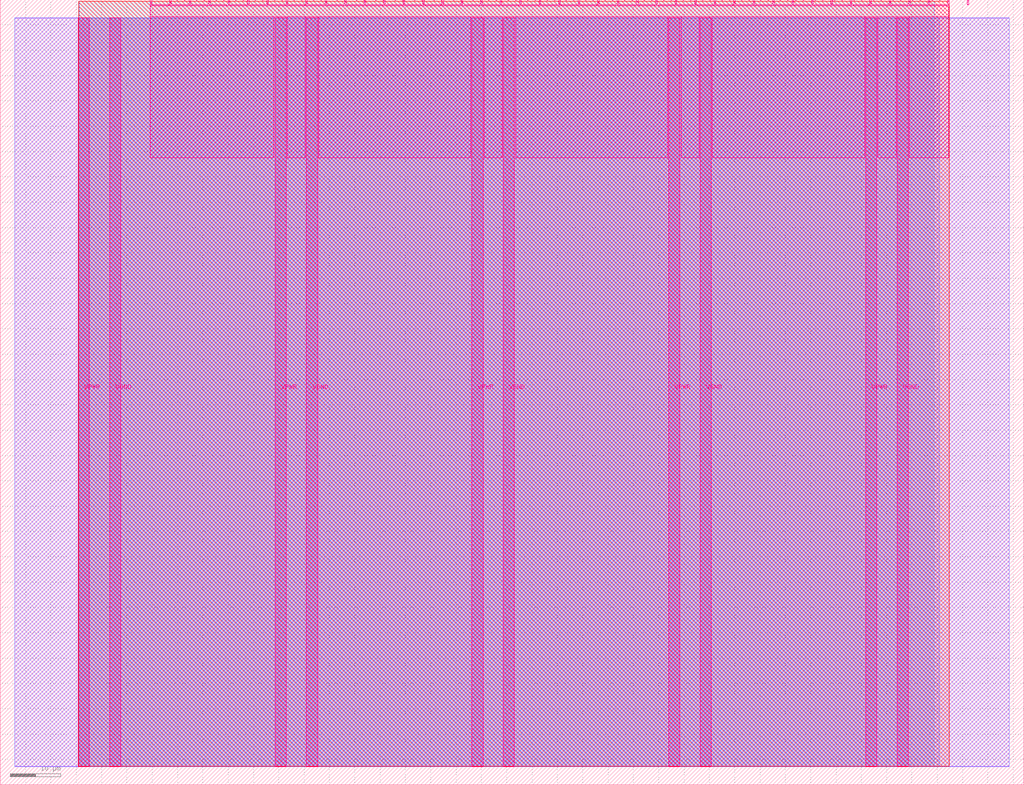
<source format=lef>
VERSION 5.7 ;
  NOWIREEXTENSIONATPIN ON ;
  DIVIDERCHAR "/" ;
  BUSBITCHARS "[]" ;
MACRO tt_um_carryskip_adder9
  CLASS BLOCK ;
  FOREIGN tt_um_carryskip_adder9 ;
  ORIGIN 0.000 0.000 ;
  SIZE 202.080 BY 154.980 ;
  PIN VGND
    DIRECTION INOUT ;
    USE GROUND ;
    PORT
      LAYER Metal5 ;
        RECT 21.580 3.560 23.780 151.420 ;
    END
    PORT
      LAYER Metal5 ;
        RECT 60.450 3.560 62.650 151.420 ;
    END
    PORT
      LAYER Metal5 ;
        RECT 99.320 3.560 101.520 151.420 ;
    END
    PORT
      LAYER Metal5 ;
        RECT 138.190 3.560 140.390 151.420 ;
    END
    PORT
      LAYER Metal5 ;
        RECT 177.060 3.560 179.260 151.420 ;
    END
  END VGND
  PIN VPWR
    DIRECTION INOUT ;
    USE POWER ;
    PORT
      LAYER Metal5 ;
        RECT 15.380 3.560 17.580 151.420 ;
    END
    PORT
      LAYER Metal5 ;
        RECT 54.250 3.560 56.450 151.420 ;
    END
    PORT
      LAYER Metal5 ;
        RECT 93.120 3.560 95.320 151.420 ;
    END
    PORT
      LAYER Metal5 ;
        RECT 131.990 3.560 134.190 151.420 ;
    END
    PORT
      LAYER Metal5 ;
        RECT 170.860 3.560 173.060 151.420 ;
    END
  END VPWR
  PIN clk
    DIRECTION INPUT ;
    USE SIGNAL ;
    ANTENNAGATEAREA 0.213200 ;
    PORT
      LAYER Metal5 ;
        RECT 187.050 153.980 187.350 154.980 ;
    END
  END clk
  PIN ena
    DIRECTION INPUT ;
    USE SIGNAL ;
    PORT
      LAYER Metal5 ;
        RECT 190.890 153.980 191.190 154.980 ;
    END
  END ena
  PIN rst_n
    DIRECTION INPUT ;
    USE SIGNAL ;
    ANTENNAGATEAREA 0.314600 ;
    PORT
      LAYER Metal5 ;
        RECT 183.210 153.980 183.510 154.980 ;
    END
  END rst_n
  PIN ui_in[0]
    DIRECTION INPUT ;
    USE SIGNAL ;
    ANTENNAGATEAREA 0.213200 ;
    PORT
      LAYER Metal5 ;
        RECT 179.370 153.980 179.670 154.980 ;
    END
  END ui_in[0]
  PIN ui_in[1]
    DIRECTION INPUT ;
    USE SIGNAL ;
    ANTENNAGATEAREA 0.180700 ;
    PORT
      LAYER Metal5 ;
        RECT 175.530 153.980 175.830 154.980 ;
    END
  END ui_in[1]
  PIN ui_in[2]
    DIRECTION INPUT ;
    USE SIGNAL ;
    ANTENNAGATEAREA 0.213200 ;
    PORT
      LAYER Metal5 ;
        RECT 171.690 153.980 171.990 154.980 ;
    END
  END ui_in[2]
  PIN ui_in[3]
    DIRECTION INPUT ;
    USE SIGNAL ;
    ANTENNAGATEAREA 0.213200 ;
    PORT
      LAYER Metal5 ;
        RECT 167.850 153.980 168.150 154.980 ;
    END
  END ui_in[3]
  PIN ui_in[4]
    DIRECTION INPUT ;
    USE SIGNAL ;
    ANTENNAGATEAREA 0.213200 ;
    PORT
      LAYER Metal5 ;
        RECT 164.010 153.980 164.310 154.980 ;
    END
  END ui_in[4]
  PIN ui_in[5]
    DIRECTION INPUT ;
    USE SIGNAL ;
    ANTENNAGATEAREA 0.180700 ;
    PORT
      LAYER Metal5 ;
        RECT 160.170 153.980 160.470 154.980 ;
    END
  END ui_in[5]
  PIN ui_in[6]
    DIRECTION INPUT ;
    USE SIGNAL ;
    ANTENNAGATEAREA 0.180700 ;
    PORT
      LAYER Metal5 ;
        RECT 156.330 153.980 156.630 154.980 ;
    END
  END ui_in[6]
  PIN ui_in[7]
    DIRECTION INPUT ;
    USE SIGNAL ;
    ANTENNAGATEAREA 0.180700 ;
    PORT
      LAYER Metal5 ;
        RECT 152.490 153.980 152.790 154.980 ;
    END
  END ui_in[7]
  PIN uio_in[0]
    DIRECTION INPUT ;
    USE SIGNAL ;
    ANTENNAGATEAREA 0.180700 ;
    PORT
      LAYER Metal5 ;
        RECT 148.650 153.980 148.950 154.980 ;
    END
  END uio_in[0]
  PIN uio_in[1]
    DIRECTION INPUT ;
    USE SIGNAL ;
    ANTENNAGATEAREA 0.180700 ;
    PORT
      LAYER Metal5 ;
        RECT 144.810 153.980 145.110 154.980 ;
    END
  END uio_in[1]
  PIN uio_in[2]
    DIRECTION INPUT ;
    USE SIGNAL ;
    ANTENNAGATEAREA 0.180700 ;
    PORT
      LAYER Metal5 ;
        RECT 140.970 153.980 141.270 154.980 ;
    END
  END uio_in[2]
  PIN uio_in[3]
    DIRECTION INPUT ;
    USE SIGNAL ;
    ANTENNAGATEAREA 0.180700 ;
    PORT
      LAYER Metal5 ;
        RECT 137.130 153.980 137.430 154.980 ;
    END
  END uio_in[3]
  PIN uio_in[4]
    DIRECTION INPUT ;
    USE SIGNAL ;
    ANTENNAGATEAREA 0.180700 ;
    PORT
      LAYER Metal5 ;
        RECT 133.290 153.980 133.590 154.980 ;
    END
  END uio_in[4]
  PIN uio_in[5]
    DIRECTION INPUT ;
    USE SIGNAL ;
    ANTENNAGATEAREA 0.180700 ;
    PORT
      LAYER Metal5 ;
        RECT 129.450 153.980 129.750 154.980 ;
    END
  END uio_in[5]
  PIN uio_in[6]
    DIRECTION INPUT ;
    USE SIGNAL ;
    ANTENNAGATEAREA 0.180700 ;
    PORT
      LAYER Metal5 ;
        RECT 125.610 153.980 125.910 154.980 ;
    END
  END uio_in[6]
  PIN uio_in[7]
    DIRECTION INPUT ;
    USE SIGNAL ;
    ANTENNAGATEAREA 0.180700 ;
    PORT
      LAYER Metal5 ;
        RECT 121.770 153.980 122.070 154.980 ;
    END
  END uio_in[7]
  PIN uio_oe[0]
    DIRECTION OUTPUT ;
    USE SIGNAL ;
    ANTENNADIFFAREA 0.299200 ;
    PORT
      LAYER Metal5 ;
        RECT 56.490 153.980 56.790 154.980 ;
    END
  END uio_oe[0]
  PIN uio_oe[1]
    DIRECTION OUTPUT ;
    USE SIGNAL ;
    ANTENNADIFFAREA 0.299200 ;
    PORT
      LAYER Metal5 ;
        RECT 52.650 153.980 52.950 154.980 ;
    END
  END uio_oe[1]
  PIN uio_oe[2]
    DIRECTION OUTPUT ;
    USE SIGNAL ;
    ANTENNADIFFAREA 0.299200 ;
    PORT
      LAYER Metal5 ;
        RECT 48.810 153.980 49.110 154.980 ;
    END
  END uio_oe[2]
  PIN uio_oe[3]
    DIRECTION OUTPUT ;
    USE SIGNAL ;
    ANTENNADIFFAREA 0.299200 ;
    PORT
      LAYER Metal5 ;
        RECT 44.970 153.980 45.270 154.980 ;
    END
  END uio_oe[3]
  PIN uio_oe[4]
    DIRECTION OUTPUT ;
    USE SIGNAL ;
    ANTENNADIFFAREA 0.299200 ;
    PORT
      LAYER Metal5 ;
        RECT 41.130 153.980 41.430 154.980 ;
    END
  END uio_oe[4]
  PIN uio_oe[5]
    DIRECTION OUTPUT ;
    USE SIGNAL ;
    ANTENNADIFFAREA 0.299200 ;
    PORT
      LAYER Metal5 ;
        RECT 37.290 153.980 37.590 154.980 ;
    END
  END uio_oe[5]
  PIN uio_oe[6]
    DIRECTION OUTPUT ;
    USE SIGNAL ;
    ANTENNADIFFAREA 0.299200 ;
    PORT
      LAYER Metal5 ;
        RECT 33.450 153.980 33.750 154.980 ;
    END
  END uio_oe[6]
  PIN uio_oe[7]
    DIRECTION OUTPUT ;
    USE SIGNAL ;
    ANTENNADIFFAREA 0.299200 ;
    PORT
      LAYER Metal5 ;
        RECT 29.610 153.980 29.910 154.980 ;
    END
  END uio_oe[7]
  PIN uio_out[0]
    DIRECTION OUTPUT ;
    USE SIGNAL ;
    ANTENNADIFFAREA 0.299200 ;
    PORT
      LAYER Metal5 ;
        RECT 87.210 153.980 87.510 154.980 ;
    END
  END uio_out[0]
  PIN uio_out[1]
    DIRECTION OUTPUT ;
    USE SIGNAL ;
    ANTENNADIFFAREA 0.299200 ;
    PORT
      LAYER Metal5 ;
        RECT 83.370 153.980 83.670 154.980 ;
    END
  END uio_out[1]
  PIN uio_out[2]
    DIRECTION OUTPUT ;
    USE SIGNAL ;
    ANTENNADIFFAREA 0.299200 ;
    PORT
      LAYER Metal5 ;
        RECT 79.530 153.980 79.830 154.980 ;
    END
  END uio_out[2]
  PIN uio_out[3]
    DIRECTION OUTPUT ;
    USE SIGNAL ;
    ANTENNADIFFAREA 0.299200 ;
    PORT
      LAYER Metal5 ;
        RECT 75.690 153.980 75.990 154.980 ;
    END
  END uio_out[3]
  PIN uio_out[4]
    DIRECTION OUTPUT ;
    USE SIGNAL ;
    ANTENNADIFFAREA 0.299200 ;
    PORT
      LAYER Metal5 ;
        RECT 71.850 153.980 72.150 154.980 ;
    END
  END uio_out[4]
  PIN uio_out[5]
    DIRECTION OUTPUT ;
    USE SIGNAL ;
    ANTENNADIFFAREA 0.299200 ;
    PORT
      LAYER Metal5 ;
        RECT 68.010 153.980 68.310 154.980 ;
    END
  END uio_out[5]
  PIN uio_out[6]
    DIRECTION OUTPUT ;
    USE SIGNAL ;
    ANTENNADIFFAREA 0.299200 ;
    PORT
      LAYER Metal5 ;
        RECT 64.170 153.980 64.470 154.980 ;
    END
  END uio_out[6]
  PIN uio_out[7]
    DIRECTION OUTPUT ;
    USE SIGNAL ;
    ANTENNADIFFAREA 0.299200 ;
    PORT
      LAYER Metal5 ;
        RECT 60.330 153.980 60.630 154.980 ;
    END
  END uio_out[7]
  PIN uo_out[0]
    DIRECTION OUTPUT ;
    USE SIGNAL ;
    ANTENNADIFFAREA 0.632400 ;
    PORT
      LAYER Metal5 ;
        RECT 117.930 153.980 118.230 154.980 ;
    END
  END uo_out[0]
  PIN uo_out[1]
    DIRECTION OUTPUT ;
    USE SIGNAL ;
    ANTENNADIFFAREA 0.632400 ;
    PORT
      LAYER Metal5 ;
        RECT 114.090 153.980 114.390 154.980 ;
    END
  END uo_out[1]
  PIN uo_out[2]
    DIRECTION OUTPUT ;
    USE SIGNAL ;
    ANTENNADIFFAREA 0.632400 ;
    PORT
      LAYER Metal5 ;
        RECT 110.250 153.980 110.550 154.980 ;
    END
  END uo_out[2]
  PIN uo_out[3]
    DIRECTION OUTPUT ;
    USE SIGNAL ;
    ANTENNADIFFAREA 0.632400 ;
    PORT
      LAYER Metal5 ;
        RECT 106.410 153.980 106.710 154.980 ;
    END
  END uo_out[3]
  PIN uo_out[4]
    DIRECTION OUTPUT ;
    USE SIGNAL ;
    ANTENNADIFFAREA 0.632400 ;
    PORT
      LAYER Metal5 ;
        RECT 102.570 153.980 102.870 154.980 ;
    END
  END uo_out[4]
  PIN uo_out[5]
    DIRECTION OUTPUT ;
    USE SIGNAL ;
    ANTENNADIFFAREA 0.632400 ;
    PORT
      LAYER Metal5 ;
        RECT 98.730 153.980 99.030 154.980 ;
    END
  END uo_out[5]
  PIN uo_out[6]
    DIRECTION OUTPUT ;
    USE SIGNAL ;
    ANTENNADIFFAREA 0.632400 ;
    PORT
      LAYER Metal5 ;
        RECT 94.890 153.980 95.190 154.980 ;
    END
  END uo_out[6]
  PIN uo_out[7]
    DIRECTION OUTPUT ;
    USE SIGNAL ;
    ANTENNADIFFAREA 0.632400 ;
    PORT
      LAYER Metal5 ;
        RECT 91.050 153.980 91.350 154.980 ;
    END
  END uo_out[7]
  OBS
      LAYER GatPoly ;
        RECT 2.880 3.630 199.200 151.350 ;
      LAYER Metal1 ;
        RECT 2.880 3.560 199.200 151.420 ;
      LAYER Metal2 ;
        RECT 15.515 3.680 185.425 151.300 ;
      LAYER Metal3 ;
        RECT 15.560 3.635 184.420 154.705 ;
      LAYER Metal4 ;
        RECT 15.515 3.680 187.345 154.660 ;
      LAYER Metal5 ;
        RECT 30.120 153.770 33.240 153.980 ;
        RECT 33.960 153.770 37.080 153.980 ;
        RECT 37.800 153.770 40.920 153.980 ;
        RECT 41.640 153.770 44.760 153.980 ;
        RECT 45.480 153.770 48.600 153.980 ;
        RECT 49.320 153.770 52.440 153.980 ;
        RECT 53.160 153.770 56.280 153.980 ;
        RECT 57.000 153.770 60.120 153.980 ;
        RECT 60.840 153.770 63.960 153.980 ;
        RECT 64.680 153.770 67.800 153.980 ;
        RECT 68.520 153.770 71.640 153.980 ;
        RECT 72.360 153.770 75.480 153.980 ;
        RECT 76.200 153.770 79.320 153.980 ;
        RECT 80.040 153.770 83.160 153.980 ;
        RECT 83.880 153.770 87.000 153.980 ;
        RECT 87.720 153.770 90.840 153.980 ;
        RECT 91.560 153.770 94.680 153.980 ;
        RECT 95.400 153.770 98.520 153.980 ;
        RECT 99.240 153.770 102.360 153.980 ;
        RECT 103.080 153.770 106.200 153.980 ;
        RECT 106.920 153.770 110.040 153.980 ;
        RECT 110.760 153.770 113.880 153.980 ;
        RECT 114.600 153.770 117.720 153.980 ;
        RECT 118.440 153.770 121.560 153.980 ;
        RECT 122.280 153.770 125.400 153.980 ;
        RECT 126.120 153.770 129.240 153.980 ;
        RECT 129.960 153.770 133.080 153.980 ;
        RECT 133.800 153.770 136.920 153.980 ;
        RECT 137.640 153.770 140.760 153.980 ;
        RECT 141.480 153.770 144.600 153.980 ;
        RECT 145.320 153.770 148.440 153.980 ;
        RECT 149.160 153.770 152.280 153.980 ;
        RECT 153.000 153.770 156.120 153.980 ;
        RECT 156.840 153.770 159.960 153.980 ;
        RECT 160.680 153.770 163.800 153.980 ;
        RECT 164.520 153.770 167.640 153.980 ;
        RECT 168.360 153.770 171.480 153.980 ;
        RECT 172.200 153.770 175.320 153.980 ;
        RECT 176.040 153.770 179.160 153.980 ;
        RECT 179.880 153.770 183.000 153.980 ;
        RECT 183.720 153.770 186.840 153.980 ;
        RECT 29.660 151.630 187.300 153.770 ;
        RECT 29.660 123.755 54.040 151.630 ;
        RECT 56.660 123.755 60.240 151.630 ;
        RECT 62.860 123.755 92.910 151.630 ;
        RECT 95.530 123.755 99.110 151.630 ;
        RECT 101.730 123.755 131.780 151.630 ;
        RECT 134.400 123.755 137.980 151.630 ;
        RECT 140.600 123.755 170.650 151.630 ;
        RECT 173.270 123.755 176.850 151.630 ;
        RECT 179.470 123.755 187.300 151.630 ;
  END
END tt_um_carryskip_adder9
END LIBRARY


</source>
